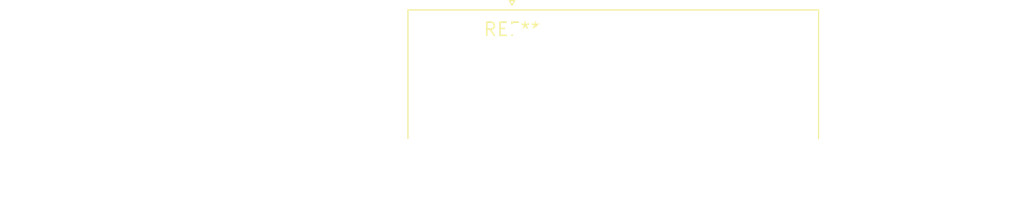
<source format=kicad_pcb>
(kicad_pcb (version 20240108) (generator pcbnew)
  (layers (0 "F.Cu" signal) (31 "B.Cu" signal) (34 "B.Paste" user) (35 "F.Paste" user) (36 "B.SilkS" user "B.Silkscreen") (37 "F.SilkS" user "F.Silkscreen") (38 "B.Mask" user) (39 "F.Mask" user) (44 "Edge.Cuts" user))
  (net 0 "")
  (footprint "DSUB-15_Male_Horizontal_P2.77x2.84mm_EdgePinOffset7.70mm_Housed_MountingHolesOffset9.12mm" (layer "F.Cu") (at 0 0)
    (property "Reference" "REF**")
    (property "Value" "DSUB-15_Male_Horizontal_P2.77x2.84mm_EdgePinOffset7.70mm_Housed_MountingHolesOffset9.12mm")
    (fp_line (start -9.965 -1.86) (end 29.355 -1.86) (layer "F.SilkS") (stroke (width 0.12)))
    (fp_line (start -9.965 10.48) (end -9.965 -1.86) (layer "F.SilkS") (stroke (width 0.12)))
    (fp_line (start -0.25 -2.754338) (end 0.25 -2.754338) (layer "F.SilkS") (stroke (width 0.12)))
    (fp_line (start 0 -2.321325) (end -0.25 -2.754338) (layer "F.SilkS") (stroke (width 0.12)))
    (fp_line (start 0.25 -2.754338) (end 0 -2.321325) (layer "F.SilkS") (stroke (width 0.12)))
    (fp_line (start 29.355 -1.86) (end 29.355 10.48) (layer "F.SilkS") (stroke (width 0.12)))
    (pad "0" thru_hole circle (at -6.955 1.42) (size 4 4) (drill 3.2) (layers *.Cu *.Mask) (remove_unused_layers))
    (pad "0" thru_hole circle (at 26.345 1.42) (size 4 4) (drill 3.2) (layers *.Cu *.Mask) (remove_unused_layers))
    (pad "1" thru_hole rect (at 0 0) (size 1.6 1.6) (drill 1) (layers *.Cu *.Mask) (remove_unused_layers))
    (pad "2" thru_hole circle (at 2.77 0) (size 1.6 1.6) (drill 1) (layers *.Cu *.Mask) (remove_unused_layers))
    (pad "3" thru_hole circle (at 5.54 0) (size 1.6 1.6) (drill 1) (layers *.Cu *.Mask) (remove_unused_layers))
    (pad "4" thru_hole circle (at 8.31 0) (size 1.6 1.6) (drill 1) (layers *.Cu *.Mask) (remove_unused_layers))
    (pad "5" thru_hole circle (at 11.08 0) (size 1.6 1.6) (drill 1) (layers *.Cu *.Mask) (remove_unused_layers))
    (pad "6" thru_hole circle (at 13.85 0) (size 1.6 1.6) (drill 1) (layers *.Cu *.Mask) (remove_unused_layers))
    (pad "7" thru_hole circle (at 16.62 0) (size 1.6 1.6) (drill 1) (layers *.Cu *.Mask) (remove_unused_layers))
    (pad "8" thru_hole circle (at 19.39 0) (size 1.6 1.6) (drill 1) (layers *.Cu *.Mask) (remove_unused_layers))
    (pad "9" thru_hole circle (at 1.385 2.84) (size 1.6 1.6) (drill 1) (layers *.Cu *.Mask) (remove_unused_layers))
    (pad "10" thru_hole circle (at 4.155 2.84) (size 1.6 1.6) (drill 1) (layers *.Cu *.Mask) (remove_unused_layers))
    (pad "11" thru_hole circle (at 6.925 2.84) (size 1.6 1.6) (drill 1) (layers *.Cu *.Mask) (remove_unused_layers))
    (pad "12" thru_hole circle (at 9.695 2.84) (size 1.6 1.6) (drill 1) (layers *.Cu *.Mask) (remove_unused_layers))
    (pad "13" thru_hole circle (at 12.465 2.84) (size 1.6 1.6) (drill 1) (layers *.Cu *.Mask) (remove_unused_layers))
    (pad "14" thru_hole circle (at 15.235 2.84) (size 1.6 1.6) (drill 1) (layers *.Cu *.Mask) (remove_unused_layers))
    (pad "15" thru_hole circle (at 18.005 2.84) (size 1.6 1.6) (drill 1) (layers *.Cu *.Mask) (remove_unused_layers))
  )
)
</source>
